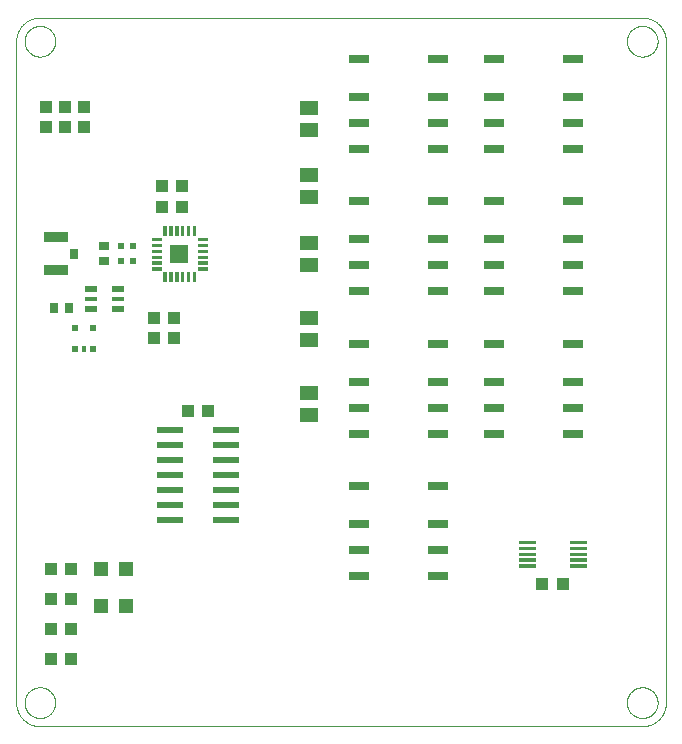
<source format=gtp>
G75*
%MOIN*%
%OFA0B0*%
%FSLAX25Y25*%
%IPPOS*%
%LPD*%
%AMOC8*
5,1,8,0,0,1.08239X$1,22.5*
%
%ADD10C,0.00001*%
%ADD11R,0.04331X0.03937*%
%ADD12R,0.03543X0.02756*%
%ADD13R,0.06457X0.06457*%
%ADD14C,0.00256*%
%ADD15R,0.02362X0.02362*%
%ADD16R,0.03000X0.03800*%
%ADD17R,0.08400X0.03200*%
%ADD18R,0.06700X0.03000*%
%ADD19R,0.05906X0.05118*%
%ADD20C,0.00276*%
%ADD21R,0.08600X0.02200*%
%ADD22R,0.03937X0.04331*%
%ADD23R,0.04724X0.04724*%
%ADD24R,0.03937X0.01181*%
%ADD25R,0.03937X0.02362*%
%ADD26R,0.01575X0.02362*%
%ADD27R,0.02756X0.03543*%
D10*
X0105675Y0063549D02*
X0105675Y0284021D01*
X0108431Y0284021D02*
X0108433Y0284164D01*
X0108439Y0284307D01*
X0108449Y0284449D01*
X0108463Y0284591D01*
X0108481Y0284733D01*
X0108503Y0284875D01*
X0108528Y0285015D01*
X0108558Y0285155D01*
X0108592Y0285294D01*
X0108629Y0285432D01*
X0108671Y0285569D01*
X0108716Y0285704D01*
X0108765Y0285838D01*
X0108817Y0285971D01*
X0108873Y0286103D01*
X0108933Y0286232D01*
X0108997Y0286360D01*
X0109064Y0286487D01*
X0109135Y0286611D01*
X0109209Y0286733D01*
X0109286Y0286853D01*
X0109367Y0286971D01*
X0109451Y0287087D01*
X0109538Y0287200D01*
X0109628Y0287311D01*
X0109722Y0287419D01*
X0109818Y0287525D01*
X0109917Y0287627D01*
X0110020Y0287727D01*
X0110124Y0287824D01*
X0110232Y0287919D01*
X0110342Y0288010D01*
X0110455Y0288098D01*
X0110570Y0288182D01*
X0110687Y0288264D01*
X0110807Y0288342D01*
X0110928Y0288417D01*
X0111052Y0288489D01*
X0111178Y0288557D01*
X0111305Y0288621D01*
X0111435Y0288682D01*
X0111566Y0288739D01*
X0111698Y0288793D01*
X0111832Y0288842D01*
X0111967Y0288889D01*
X0112104Y0288931D01*
X0112242Y0288969D01*
X0112380Y0289004D01*
X0112520Y0289034D01*
X0112660Y0289061D01*
X0112801Y0289084D01*
X0112943Y0289103D01*
X0113085Y0289118D01*
X0113228Y0289129D01*
X0113370Y0289136D01*
X0113513Y0289139D01*
X0113656Y0289138D01*
X0113799Y0289133D01*
X0113942Y0289124D01*
X0114084Y0289111D01*
X0114226Y0289094D01*
X0114367Y0289073D01*
X0114508Y0289048D01*
X0114648Y0289020D01*
X0114787Y0288987D01*
X0114925Y0288950D01*
X0115062Y0288910D01*
X0115198Y0288866D01*
X0115333Y0288818D01*
X0115466Y0288766D01*
X0115598Y0288711D01*
X0115728Y0288652D01*
X0115857Y0288589D01*
X0115983Y0288523D01*
X0116108Y0288453D01*
X0116231Y0288380D01*
X0116351Y0288304D01*
X0116470Y0288224D01*
X0116586Y0288140D01*
X0116700Y0288054D01*
X0116811Y0287964D01*
X0116920Y0287872D01*
X0117026Y0287776D01*
X0117130Y0287678D01*
X0117231Y0287576D01*
X0117328Y0287472D01*
X0117423Y0287365D01*
X0117515Y0287256D01*
X0117604Y0287144D01*
X0117690Y0287029D01*
X0117772Y0286913D01*
X0117851Y0286793D01*
X0117927Y0286672D01*
X0117999Y0286549D01*
X0118068Y0286424D01*
X0118133Y0286297D01*
X0118195Y0286168D01*
X0118253Y0286037D01*
X0118308Y0285905D01*
X0118358Y0285771D01*
X0118405Y0285636D01*
X0118449Y0285500D01*
X0118488Y0285363D01*
X0118523Y0285224D01*
X0118555Y0285085D01*
X0118583Y0284945D01*
X0118607Y0284804D01*
X0118627Y0284662D01*
X0118643Y0284520D01*
X0118655Y0284378D01*
X0118663Y0284235D01*
X0118667Y0284092D01*
X0118667Y0283950D01*
X0118663Y0283807D01*
X0118655Y0283664D01*
X0118643Y0283522D01*
X0118627Y0283380D01*
X0118607Y0283238D01*
X0118583Y0283097D01*
X0118555Y0282957D01*
X0118523Y0282818D01*
X0118488Y0282679D01*
X0118449Y0282542D01*
X0118405Y0282406D01*
X0118358Y0282271D01*
X0118308Y0282137D01*
X0118253Y0282005D01*
X0118195Y0281874D01*
X0118133Y0281745D01*
X0118068Y0281618D01*
X0117999Y0281493D01*
X0117927Y0281370D01*
X0117851Y0281249D01*
X0117772Y0281129D01*
X0117690Y0281013D01*
X0117604Y0280898D01*
X0117515Y0280786D01*
X0117423Y0280677D01*
X0117328Y0280570D01*
X0117231Y0280466D01*
X0117130Y0280364D01*
X0117026Y0280266D01*
X0116920Y0280170D01*
X0116811Y0280078D01*
X0116700Y0279988D01*
X0116586Y0279902D01*
X0116470Y0279818D01*
X0116351Y0279738D01*
X0116231Y0279662D01*
X0116108Y0279589D01*
X0115983Y0279519D01*
X0115857Y0279453D01*
X0115728Y0279390D01*
X0115598Y0279331D01*
X0115466Y0279276D01*
X0115333Y0279224D01*
X0115198Y0279176D01*
X0115062Y0279132D01*
X0114925Y0279092D01*
X0114787Y0279055D01*
X0114648Y0279022D01*
X0114508Y0278994D01*
X0114367Y0278969D01*
X0114226Y0278948D01*
X0114084Y0278931D01*
X0113942Y0278918D01*
X0113799Y0278909D01*
X0113656Y0278904D01*
X0113513Y0278903D01*
X0113370Y0278906D01*
X0113228Y0278913D01*
X0113085Y0278924D01*
X0112943Y0278939D01*
X0112801Y0278958D01*
X0112660Y0278981D01*
X0112520Y0279008D01*
X0112380Y0279038D01*
X0112242Y0279073D01*
X0112104Y0279111D01*
X0111967Y0279153D01*
X0111832Y0279200D01*
X0111698Y0279249D01*
X0111566Y0279303D01*
X0111435Y0279360D01*
X0111305Y0279421D01*
X0111178Y0279485D01*
X0111052Y0279553D01*
X0110928Y0279625D01*
X0110807Y0279700D01*
X0110687Y0279778D01*
X0110570Y0279860D01*
X0110455Y0279944D01*
X0110342Y0280032D01*
X0110232Y0280123D01*
X0110124Y0280218D01*
X0110020Y0280315D01*
X0109917Y0280415D01*
X0109818Y0280517D01*
X0109722Y0280623D01*
X0109628Y0280731D01*
X0109538Y0280842D01*
X0109451Y0280955D01*
X0109367Y0281071D01*
X0109286Y0281189D01*
X0109209Y0281309D01*
X0109135Y0281431D01*
X0109064Y0281555D01*
X0108997Y0281682D01*
X0108933Y0281810D01*
X0108873Y0281939D01*
X0108817Y0282071D01*
X0108765Y0282204D01*
X0108716Y0282338D01*
X0108671Y0282473D01*
X0108629Y0282610D01*
X0108592Y0282748D01*
X0108558Y0282887D01*
X0108528Y0283027D01*
X0108503Y0283167D01*
X0108481Y0283309D01*
X0108463Y0283451D01*
X0108449Y0283593D01*
X0108439Y0283735D01*
X0108433Y0283878D01*
X0108431Y0284021D01*
X0105675Y0284021D02*
X0105677Y0284211D01*
X0105684Y0284401D01*
X0105696Y0284591D01*
X0105712Y0284781D01*
X0105732Y0284970D01*
X0105758Y0285159D01*
X0105787Y0285347D01*
X0105822Y0285534D01*
X0105861Y0285720D01*
X0105904Y0285905D01*
X0105952Y0286090D01*
X0106004Y0286273D01*
X0106060Y0286454D01*
X0106121Y0286634D01*
X0106187Y0286813D01*
X0106256Y0286990D01*
X0106330Y0287166D01*
X0106408Y0287339D01*
X0106491Y0287511D01*
X0106577Y0287680D01*
X0106667Y0287848D01*
X0106762Y0288013D01*
X0106860Y0288176D01*
X0106963Y0288336D01*
X0107069Y0288494D01*
X0107179Y0288649D01*
X0107292Y0288802D01*
X0107410Y0288952D01*
X0107531Y0289098D01*
X0107655Y0289242D01*
X0107783Y0289383D01*
X0107914Y0289521D01*
X0108049Y0289656D01*
X0108187Y0289787D01*
X0108328Y0289915D01*
X0108472Y0290039D01*
X0108618Y0290160D01*
X0108768Y0290278D01*
X0108921Y0290391D01*
X0109076Y0290501D01*
X0109234Y0290607D01*
X0109394Y0290710D01*
X0109557Y0290808D01*
X0109722Y0290903D01*
X0109890Y0290993D01*
X0110059Y0291079D01*
X0110231Y0291162D01*
X0110404Y0291240D01*
X0110580Y0291314D01*
X0110757Y0291383D01*
X0110936Y0291449D01*
X0111116Y0291510D01*
X0111297Y0291566D01*
X0111480Y0291618D01*
X0111665Y0291666D01*
X0111850Y0291709D01*
X0112036Y0291748D01*
X0112223Y0291783D01*
X0112411Y0291812D01*
X0112600Y0291838D01*
X0112789Y0291858D01*
X0112979Y0291874D01*
X0113169Y0291886D01*
X0113359Y0291893D01*
X0113549Y0291895D01*
X0314336Y0291895D01*
X0309218Y0284021D02*
X0309220Y0284164D01*
X0309226Y0284307D01*
X0309236Y0284449D01*
X0309250Y0284591D01*
X0309268Y0284733D01*
X0309290Y0284875D01*
X0309315Y0285015D01*
X0309345Y0285155D01*
X0309379Y0285294D01*
X0309416Y0285432D01*
X0309458Y0285569D01*
X0309503Y0285704D01*
X0309552Y0285838D01*
X0309604Y0285971D01*
X0309660Y0286103D01*
X0309720Y0286232D01*
X0309784Y0286360D01*
X0309851Y0286487D01*
X0309922Y0286611D01*
X0309996Y0286733D01*
X0310073Y0286853D01*
X0310154Y0286971D01*
X0310238Y0287087D01*
X0310325Y0287200D01*
X0310415Y0287311D01*
X0310509Y0287419D01*
X0310605Y0287525D01*
X0310704Y0287627D01*
X0310807Y0287727D01*
X0310911Y0287824D01*
X0311019Y0287919D01*
X0311129Y0288010D01*
X0311242Y0288098D01*
X0311357Y0288182D01*
X0311474Y0288264D01*
X0311594Y0288342D01*
X0311715Y0288417D01*
X0311839Y0288489D01*
X0311965Y0288557D01*
X0312092Y0288621D01*
X0312222Y0288682D01*
X0312353Y0288739D01*
X0312485Y0288793D01*
X0312619Y0288842D01*
X0312754Y0288889D01*
X0312891Y0288931D01*
X0313029Y0288969D01*
X0313167Y0289004D01*
X0313307Y0289034D01*
X0313447Y0289061D01*
X0313588Y0289084D01*
X0313730Y0289103D01*
X0313872Y0289118D01*
X0314015Y0289129D01*
X0314157Y0289136D01*
X0314300Y0289139D01*
X0314443Y0289138D01*
X0314586Y0289133D01*
X0314729Y0289124D01*
X0314871Y0289111D01*
X0315013Y0289094D01*
X0315154Y0289073D01*
X0315295Y0289048D01*
X0315435Y0289020D01*
X0315574Y0288987D01*
X0315712Y0288950D01*
X0315849Y0288910D01*
X0315985Y0288866D01*
X0316120Y0288818D01*
X0316253Y0288766D01*
X0316385Y0288711D01*
X0316515Y0288652D01*
X0316644Y0288589D01*
X0316770Y0288523D01*
X0316895Y0288453D01*
X0317018Y0288380D01*
X0317138Y0288304D01*
X0317257Y0288224D01*
X0317373Y0288140D01*
X0317487Y0288054D01*
X0317598Y0287964D01*
X0317707Y0287872D01*
X0317813Y0287776D01*
X0317917Y0287678D01*
X0318018Y0287576D01*
X0318115Y0287472D01*
X0318210Y0287365D01*
X0318302Y0287256D01*
X0318391Y0287144D01*
X0318477Y0287029D01*
X0318559Y0286913D01*
X0318638Y0286793D01*
X0318714Y0286672D01*
X0318786Y0286549D01*
X0318855Y0286424D01*
X0318920Y0286297D01*
X0318982Y0286168D01*
X0319040Y0286037D01*
X0319095Y0285905D01*
X0319145Y0285771D01*
X0319192Y0285636D01*
X0319236Y0285500D01*
X0319275Y0285363D01*
X0319310Y0285224D01*
X0319342Y0285085D01*
X0319370Y0284945D01*
X0319394Y0284804D01*
X0319414Y0284662D01*
X0319430Y0284520D01*
X0319442Y0284378D01*
X0319450Y0284235D01*
X0319454Y0284092D01*
X0319454Y0283950D01*
X0319450Y0283807D01*
X0319442Y0283664D01*
X0319430Y0283522D01*
X0319414Y0283380D01*
X0319394Y0283238D01*
X0319370Y0283097D01*
X0319342Y0282957D01*
X0319310Y0282818D01*
X0319275Y0282679D01*
X0319236Y0282542D01*
X0319192Y0282406D01*
X0319145Y0282271D01*
X0319095Y0282137D01*
X0319040Y0282005D01*
X0318982Y0281874D01*
X0318920Y0281745D01*
X0318855Y0281618D01*
X0318786Y0281493D01*
X0318714Y0281370D01*
X0318638Y0281249D01*
X0318559Y0281129D01*
X0318477Y0281013D01*
X0318391Y0280898D01*
X0318302Y0280786D01*
X0318210Y0280677D01*
X0318115Y0280570D01*
X0318018Y0280466D01*
X0317917Y0280364D01*
X0317813Y0280266D01*
X0317707Y0280170D01*
X0317598Y0280078D01*
X0317487Y0279988D01*
X0317373Y0279902D01*
X0317257Y0279818D01*
X0317138Y0279738D01*
X0317018Y0279662D01*
X0316895Y0279589D01*
X0316770Y0279519D01*
X0316644Y0279453D01*
X0316515Y0279390D01*
X0316385Y0279331D01*
X0316253Y0279276D01*
X0316120Y0279224D01*
X0315985Y0279176D01*
X0315849Y0279132D01*
X0315712Y0279092D01*
X0315574Y0279055D01*
X0315435Y0279022D01*
X0315295Y0278994D01*
X0315154Y0278969D01*
X0315013Y0278948D01*
X0314871Y0278931D01*
X0314729Y0278918D01*
X0314586Y0278909D01*
X0314443Y0278904D01*
X0314300Y0278903D01*
X0314157Y0278906D01*
X0314015Y0278913D01*
X0313872Y0278924D01*
X0313730Y0278939D01*
X0313588Y0278958D01*
X0313447Y0278981D01*
X0313307Y0279008D01*
X0313167Y0279038D01*
X0313029Y0279073D01*
X0312891Y0279111D01*
X0312754Y0279153D01*
X0312619Y0279200D01*
X0312485Y0279249D01*
X0312353Y0279303D01*
X0312222Y0279360D01*
X0312092Y0279421D01*
X0311965Y0279485D01*
X0311839Y0279553D01*
X0311715Y0279625D01*
X0311594Y0279700D01*
X0311474Y0279778D01*
X0311357Y0279860D01*
X0311242Y0279944D01*
X0311129Y0280032D01*
X0311019Y0280123D01*
X0310911Y0280218D01*
X0310807Y0280315D01*
X0310704Y0280415D01*
X0310605Y0280517D01*
X0310509Y0280623D01*
X0310415Y0280731D01*
X0310325Y0280842D01*
X0310238Y0280955D01*
X0310154Y0281071D01*
X0310073Y0281189D01*
X0309996Y0281309D01*
X0309922Y0281431D01*
X0309851Y0281555D01*
X0309784Y0281682D01*
X0309720Y0281810D01*
X0309660Y0281939D01*
X0309604Y0282071D01*
X0309552Y0282204D01*
X0309503Y0282338D01*
X0309458Y0282473D01*
X0309416Y0282610D01*
X0309379Y0282748D01*
X0309345Y0282887D01*
X0309315Y0283027D01*
X0309290Y0283167D01*
X0309268Y0283309D01*
X0309250Y0283451D01*
X0309236Y0283593D01*
X0309226Y0283735D01*
X0309220Y0283878D01*
X0309218Y0284021D01*
X0314336Y0291895D02*
X0314526Y0291893D01*
X0314716Y0291886D01*
X0314906Y0291874D01*
X0315096Y0291858D01*
X0315285Y0291838D01*
X0315474Y0291812D01*
X0315662Y0291783D01*
X0315849Y0291748D01*
X0316035Y0291709D01*
X0316220Y0291666D01*
X0316405Y0291618D01*
X0316588Y0291566D01*
X0316769Y0291510D01*
X0316949Y0291449D01*
X0317128Y0291383D01*
X0317305Y0291314D01*
X0317481Y0291240D01*
X0317654Y0291162D01*
X0317826Y0291079D01*
X0317995Y0290993D01*
X0318163Y0290903D01*
X0318328Y0290808D01*
X0318491Y0290710D01*
X0318651Y0290607D01*
X0318809Y0290501D01*
X0318964Y0290391D01*
X0319117Y0290278D01*
X0319267Y0290160D01*
X0319413Y0290039D01*
X0319557Y0289915D01*
X0319698Y0289787D01*
X0319836Y0289656D01*
X0319971Y0289521D01*
X0320102Y0289383D01*
X0320230Y0289242D01*
X0320354Y0289098D01*
X0320475Y0288952D01*
X0320593Y0288802D01*
X0320706Y0288649D01*
X0320816Y0288494D01*
X0320922Y0288336D01*
X0321025Y0288176D01*
X0321123Y0288013D01*
X0321218Y0287848D01*
X0321308Y0287680D01*
X0321394Y0287511D01*
X0321477Y0287339D01*
X0321555Y0287166D01*
X0321629Y0286990D01*
X0321698Y0286813D01*
X0321764Y0286634D01*
X0321825Y0286454D01*
X0321881Y0286273D01*
X0321933Y0286090D01*
X0321981Y0285905D01*
X0322024Y0285720D01*
X0322063Y0285534D01*
X0322098Y0285347D01*
X0322127Y0285159D01*
X0322153Y0284970D01*
X0322173Y0284781D01*
X0322189Y0284591D01*
X0322201Y0284401D01*
X0322208Y0284211D01*
X0322210Y0284021D01*
X0322210Y0063549D01*
X0309218Y0063549D02*
X0309220Y0063692D01*
X0309226Y0063835D01*
X0309236Y0063977D01*
X0309250Y0064119D01*
X0309268Y0064261D01*
X0309290Y0064403D01*
X0309315Y0064543D01*
X0309345Y0064683D01*
X0309379Y0064822D01*
X0309416Y0064960D01*
X0309458Y0065097D01*
X0309503Y0065232D01*
X0309552Y0065366D01*
X0309604Y0065499D01*
X0309660Y0065631D01*
X0309720Y0065760D01*
X0309784Y0065888D01*
X0309851Y0066015D01*
X0309922Y0066139D01*
X0309996Y0066261D01*
X0310073Y0066381D01*
X0310154Y0066499D01*
X0310238Y0066615D01*
X0310325Y0066728D01*
X0310415Y0066839D01*
X0310509Y0066947D01*
X0310605Y0067053D01*
X0310704Y0067155D01*
X0310807Y0067255D01*
X0310911Y0067352D01*
X0311019Y0067447D01*
X0311129Y0067538D01*
X0311242Y0067626D01*
X0311357Y0067710D01*
X0311474Y0067792D01*
X0311594Y0067870D01*
X0311715Y0067945D01*
X0311839Y0068017D01*
X0311965Y0068085D01*
X0312092Y0068149D01*
X0312222Y0068210D01*
X0312353Y0068267D01*
X0312485Y0068321D01*
X0312619Y0068370D01*
X0312754Y0068417D01*
X0312891Y0068459D01*
X0313029Y0068497D01*
X0313167Y0068532D01*
X0313307Y0068562D01*
X0313447Y0068589D01*
X0313588Y0068612D01*
X0313730Y0068631D01*
X0313872Y0068646D01*
X0314015Y0068657D01*
X0314157Y0068664D01*
X0314300Y0068667D01*
X0314443Y0068666D01*
X0314586Y0068661D01*
X0314729Y0068652D01*
X0314871Y0068639D01*
X0315013Y0068622D01*
X0315154Y0068601D01*
X0315295Y0068576D01*
X0315435Y0068548D01*
X0315574Y0068515D01*
X0315712Y0068478D01*
X0315849Y0068438D01*
X0315985Y0068394D01*
X0316120Y0068346D01*
X0316253Y0068294D01*
X0316385Y0068239D01*
X0316515Y0068180D01*
X0316644Y0068117D01*
X0316770Y0068051D01*
X0316895Y0067981D01*
X0317018Y0067908D01*
X0317138Y0067832D01*
X0317257Y0067752D01*
X0317373Y0067668D01*
X0317487Y0067582D01*
X0317598Y0067492D01*
X0317707Y0067400D01*
X0317813Y0067304D01*
X0317917Y0067206D01*
X0318018Y0067104D01*
X0318115Y0067000D01*
X0318210Y0066893D01*
X0318302Y0066784D01*
X0318391Y0066672D01*
X0318477Y0066557D01*
X0318559Y0066441D01*
X0318638Y0066321D01*
X0318714Y0066200D01*
X0318786Y0066077D01*
X0318855Y0065952D01*
X0318920Y0065825D01*
X0318982Y0065696D01*
X0319040Y0065565D01*
X0319095Y0065433D01*
X0319145Y0065299D01*
X0319192Y0065164D01*
X0319236Y0065028D01*
X0319275Y0064891D01*
X0319310Y0064752D01*
X0319342Y0064613D01*
X0319370Y0064473D01*
X0319394Y0064332D01*
X0319414Y0064190D01*
X0319430Y0064048D01*
X0319442Y0063906D01*
X0319450Y0063763D01*
X0319454Y0063620D01*
X0319454Y0063478D01*
X0319450Y0063335D01*
X0319442Y0063192D01*
X0319430Y0063050D01*
X0319414Y0062908D01*
X0319394Y0062766D01*
X0319370Y0062625D01*
X0319342Y0062485D01*
X0319310Y0062346D01*
X0319275Y0062207D01*
X0319236Y0062070D01*
X0319192Y0061934D01*
X0319145Y0061799D01*
X0319095Y0061665D01*
X0319040Y0061533D01*
X0318982Y0061402D01*
X0318920Y0061273D01*
X0318855Y0061146D01*
X0318786Y0061021D01*
X0318714Y0060898D01*
X0318638Y0060777D01*
X0318559Y0060657D01*
X0318477Y0060541D01*
X0318391Y0060426D01*
X0318302Y0060314D01*
X0318210Y0060205D01*
X0318115Y0060098D01*
X0318018Y0059994D01*
X0317917Y0059892D01*
X0317813Y0059794D01*
X0317707Y0059698D01*
X0317598Y0059606D01*
X0317487Y0059516D01*
X0317373Y0059430D01*
X0317257Y0059346D01*
X0317138Y0059266D01*
X0317018Y0059190D01*
X0316895Y0059117D01*
X0316770Y0059047D01*
X0316644Y0058981D01*
X0316515Y0058918D01*
X0316385Y0058859D01*
X0316253Y0058804D01*
X0316120Y0058752D01*
X0315985Y0058704D01*
X0315849Y0058660D01*
X0315712Y0058620D01*
X0315574Y0058583D01*
X0315435Y0058550D01*
X0315295Y0058522D01*
X0315154Y0058497D01*
X0315013Y0058476D01*
X0314871Y0058459D01*
X0314729Y0058446D01*
X0314586Y0058437D01*
X0314443Y0058432D01*
X0314300Y0058431D01*
X0314157Y0058434D01*
X0314015Y0058441D01*
X0313872Y0058452D01*
X0313730Y0058467D01*
X0313588Y0058486D01*
X0313447Y0058509D01*
X0313307Y0058536D01*
X0313167Y0058566D01*
X0313029Y0058601D01*
X0312891Y0058639D01*
X0312754Y0058681D01*
X0312619Y0058728D01*
X0312485Y0058777D01*
X0312353Y0058831D01*
X0312222Y0058888D01*
X0312092Y0058949D01*
X0311965Y0059013D01*
X0311839Y0059081D01*
X0311715Y0059153D01*
X0311594Y0059228D01*
X0311474Y0059306D01*
X0311357Y0059388D01*
X0311242Y0059472D01*
X0311129Y0059560D01*
X0311019Y0059651D01*
X0310911Y0059746D01*
X0310807Y0059843D01*
X0310704Y0059943D01*
X0310605Y0060045D01*
X0310509Y0060151D01*
X0310415Y0060259D01*
X0310325Y0060370D01*
X0310238Y0060483D01*
X0310154Y0060599D01*
X0310073Y0060717D01*
X0309996Y0060837D01*
X0309922Y0060959D01*
X0309851Y0061083D01*
X0309784Y0061210D01*
X0309720Y0061338D01*
X0309660Y0061467D01*
X0309604Y0061599D01*
X0309552Y0061732D01*
X0309503Y0061866D01*
X0309458Y0062001D01*
X0309416Y0062138D01*
X0309379Y0062276D01*
X0309345Y0062415D01*
X0309315Y0062555D01*
X0309290Y0062695D01*
X0309268Y0062837D01*
X0309250Y0062979D01*
X0309236Y0063121D01*
X0309226Y0063263D01*
X0309220Y0063406D01*
X0309218Y0063549D01*
X0314336Y0055675D02*
X0314526Y0055677D01*
X0314716Y0055684D01*
X0314906Y0055696D01*
X0315096Y0055712D01*
X0315285Y0055732D01*
X0315474Y0055758D01*
X0315662Y0055787D01*
X0315849Y0055822D01*
X0316035Y0055861D01*
X0316220Y0055904D01*
X0316405Y0055952D01*
X0316588Y0056004D01*
X0316769Y0056060D01*
X0316949Y0056121D01*
X0317128Y0056187D01*
X0317305Y0056256D01*
X0317481Y0056330D01*
X0317654Y0056408D01*
X0317826Y0056491D01*
X0317995Y0056577D01*
X0318163Y0056667D01*
X0318328Y0056762D01*
X0318491Y0056860D01*
X0318651Y0056963D01*
X0318809Y0057069D01*
X0318964Y0057179D01*
X0319117Y0057292D01*
X0319267Y0057410D01*
X0319413Y0057531D01*
X0319557Y0057655D01*
X0319698Y0057783D01*
X0319836Y0057914D01*
X0319971Y0058049D01*
X0320102Y0058187D01*
X0320230Y0058328D01*
X0320354Y0058472D01*
X0320475Y0058618D01*
X0320593Y0058768D01*
X0320706Y0058921D01*
X0320816Y0059076D01*
X0320922Y0059234D01*
X0321025Y0059394D01*
X0321123Y0059557D01*
X0321218Y0059722D01*
X0321308Y0059890D01*
X0321394Y0060059D01*
X0321477Y0060231D01*
X0321555Y0060404D01*
X0321629Y0060580D01*
X0321698Y0060757D01*
X0321764Y0060936D01*
X0321825Y0061116D01*
X0321881Y0061297D01*
X0321933Y0061480D01*
X0321981Y0061665D01*
X0322024Y0061850D01*
X0322063Y0062036D01*
X0322098Y0062223D01*
X0322127Y0062411D01*
X0322153Y0062600D01*
X0322173Y0062789D01*
X0322189Y0062979D01*
X0322201Y0063169D01*
X0322208Y0063359D01*
X0322210Y0063549D01*
X0314336Y0055675D02*
X0113549Y0055675D01*
X0108431Y0063549D02*
X0108433Y0063692D01*
X0108439Y0063835D01*
X0108449Y0063977D01*
X0108463Y0064119D01*
X0108481Y0064261D01*
X0108503Y0064403D01*
X0108528Y0064543D01*
X0108558Y0064683D01*
X0108592Y0064822D01*
X0108629Y0064960D01*
X0108671Y0065097D01*
X0108716Y0065232D01*
X0108765Y0065366D01*
X0108817Y0065499D01*
X0108873Y0065631D01*
X0108933Y0065760D01*
X0108997Y0065888D01*
X0109064Y0066015D01*
X0109135Y0066139D01*
X0109209Y0066261D01*
X0109286Y0066381D01*
X0109367Y0066499D01*
X0109451Y0066615D01*
X0109538Y0066728D01*
X0109628Y0066839D01*
X0109722Y0066947D01*
X0109818Y0067053D01*
X0109917Y0067155D01*
X0110020Y0067255D01*
X0110124Y0067352D01*
X0110232Y0067447D01*
X0110342Y0067538D01*
X0110455Y0067626D01*
X0110570Y0067710D01*
X0110687Y0067792D01*
X0110807Y0067870D01*
X0110928Y0067945D01*
X0111052Y0068017D01*
X0111178Y0068085D01*
X0111305Y0068149D01*
X0111435Y0068210D01*
X0111566Y0068267D01*
X0111698Y0068321D01*
X0111832Y0068370D01*
X0111967Y0068417D01*
X0112104Y0068459D01*
X0112242Y0068497D01*
X0112380Y0068532D01*
X0112520Y0068562D01*
X0112660Y0068589D01*
X0112801Y0068612D01*
X0112943Y0068631D01*
X0113085Y0068646D01*
X0113228Y0068657D01*
X0113370Y0068664D01*
X0113513Y0068667D01*
X0113656Y0068666D01*
X0113799Y0068661D01*
X0113942Y0068652D01*
X0114084Y0068639D01*
X0114226Y0068622D01*
X0114367Y0068601D01*
X0114508Y0068576D01*
X0114648Y0068548D01*
X0114787Y0068515D01*
X0114925Y0068478D01*
X0115062Y0068438D01*
X0115198Y0068394D01*
X0115333Y0068346D01*
X0115466Y0068294D01*
X0115598Y0068239D01*
X0115728Y0068180D01*
X0115857Y0068117D01*
X0115983Y0068051D01*
X0116108Y0067981D01*
X0116231Y0067908D01*
X0116351Y0067832D01*
X0116470Y0067752D01*
X0116586Y0067668D01*
X0116700Y0067582D01*
X0116811Y0067492D01*
X0116920Y0067400D01*
X0117026Y0067304D01*
X0117130Y0067206D01*
X0117231Y0067104D01*
X0117328Y0067000D01*
X0117423Y0066893D01*
X0117515Y0066784D01*
X0117604Y0066672D01*
X0117690Y0066557D01*
X0117772Y0066441D01*
X0117851Y0066321D01*
X0117927Y0066200D01*
X0117999Y0066077D01*
X0118068Y0065952D01*
X0118133Y0065825D01*
X0118195Y0065696D01*
X0118253Y0065565D01*
X0118308Y0065433D01*
X0118358Y0065299D01*
X0118405Y0065164D01*
X0118449Y0065028D01*
X0118488Y0064891D01*
X0118523Y0064752D01*
X0118555Y0064613D01*
X0118583Y0064473D01*
X0118607Y0064332D01*
X0118627Y0064190D01*
X0118643Y0064048D01*
X0118655Y0063906D01*
X0118663Y0063763D01*
X0118667Y0063620D01*
X0118667Y0063478D01*
X0118663Y0063335D01*
X0118655Y0063192D01*
X0118643Y0063050D01*
X0118627Y0062908D01*
X0118607Y0062766D01*
X0118583Y0062625D01*
X0118555Y0062485D01*
X0118523Y0062346D01*
X0118488Y0062207D01*
X0118449Y0062070D01*
X0118405Y0061934D01*
X0118358Y0061799D01*
X0118308Y0061665D01*
X0118253Y0061533D01*
X0118195Y0061402D01*
X0118133Y0061273D01*
X0118068Y0061146D01*
X0117999Y0061021D01*
X0117927Y0060898D01*
X0117851Y0060777D01*
X0117772Y0060657D01*
X0117690Y0060541D01*
X0117604Y0060426D01*
X0117515Y0060314D01*
X0117423Y0060205D01*
X0117328Y0060098D01*
X0117231Y0059994D01*
X0117130Y0059892D01*
X0117026Y0059794D01*
X0116920Y0059698D01*
X0116811Y0059606D01*
X0116700Y0059516D01*
X0116586Y0059430D01*
X0116470Y0059346D01*
X0116351Y0059266D01*
X0116231Y0059190D01*
X0116108Y0059117D01*
X0115983Y0059047D01*
X0115857Y0058981D01*
X0115728Y0058918D01*
X0115598Y0058859D01*
X0115466Y0058804D01*
X0115333Y0058752D01*
X0115198Y0058704D01*
X0115062Y0058660D01*
X0114925Y0058620D01*
X0114787Y0058583D01*
X0114648Y0058550D01*
X0114508Y0058522D01*
X0114367Y0058497D01*
X0114226Y0058476D01*
X0114084Y0058459D01*
X0113942Y0058446D01*
X0113799Y0058437D01*
X0113656Y0058432D01*
X0113513Y0058431D01*
X0113370Y0058434D01*
X0113228Y0058441D01*
X0113085Y0058452D01*
X0112943Y0058467D01*
X0112801Y0058486D01*
X0112660Y0058509D01*
X0112520Y0058536D01*
X0112380Y0058566D01*
X0112242Y0058601D01*
X0112104Y0058639D01*
X0111967Y0058681D01*
X0111832Y0058728D01*
X0111698Y0058777D01*
X0111566Y0058831D01*
X0111435Y0058888D01*
X0111305Y0058949D01*
X0111178Y0059013D01*
X0111052Y0059081D01*
X0110928Y0059153D01*
X0110807Y0059228D01*
X0110687Y0059306D01*
X0110570Y0059388D01*
X0110455Y0059472D01*
X0110342Y0059560D01*
X0110232Y0059651D01*
X0110124Y0059746D01*
X0110020Y0059843D01*
X0109917Y0059943D01*
X0109818Y0060045D01*
X0109722Y0060151D01*
X0109628Y0060259D01*
X0109538Y0060370D01*
X0109451Y0060483D01*
X0109367Y0060599D01*
X0109286Y0060717D01*
X0109209Y0060837D01*
X0109135Y0060959D01*
X0109064Y0061083D01*
X0108997Y0061210D01*
X0108933Y0061338D01*
X0108873Y0061467D01*
X0108817Y0061599D01*
X0108765Y0061732D01*
X0108716Y0061866D01*
X0108671Y0062001D01*
X0108629Y0062138D01*
X0108592Y0062276D01*
X0108558Y0062415D01*
X0108528Y0062555D01*
X0108503Y0062695D01*
X0108481Y0062837D01*
X0108463Y0062979D01*
X0108449Y0063121D01*
X0108439Y0063263D01*
X0108433Y0063406D01*
X0108431Y0063549D01*
X0105675Y0063549D02*
X0105677Y0063359D01*
X0105684Y0063169D01*
X0105696Y0062979D01*
X0105712Y0062789D01*
X0105732Y0062600D01*
X0105758Y0062411D01*
X0105787Y0062223D01*
X0105822Y0062036D01*
X0105861Y0061850D01*
X0105904Y0061665D01*
X0105952Y0061480D01*
X0106004Y0061297D01*
X0106060Y0061116D01*
X0106121Y0060936D01*
X0106187Y0060757D01*
X0106256Y0060580D01*
X0106330Y0060404D01*
X0106408Y0060231D01*
X0106491Y0060059D01*
X0106577Y0059890D01*
X0106667Y0059722D01*
X0106762Y0059557D01*
X0106860Y0059394D01*
X0106963Y0059234D01*
X0107069Y0059076D01*
X0107179Y0058921D01*
X0107292Y0058768D01*
X0107410Y0058618D01*
X0107531Y0058472D01*
X0107655Y0058328D01*
X0107783Y0058187D01*
X0107914Y0058049D01*
X0108049Y0057914D01*
X0108187Y0057783D01*
X0108328Y0057655D01*
X0108472Y0057531D01*
X0108618Y0057410D01*
X0108768Y0057292D01*
X0108921Y0057179D01*
X0109076Y0057069D01*
X0109234Y0056963D01*
X0109394Y0056860D01*
X0109557Y0056762D01*
X0109722Y0056667D01*
X0109890Y0056577D01*
X0110059Y0056491D01*
X0110231Y0056408D01*
X0110404Y0056330D01*
X0110580Y0056256D01*
X0110757Y0056187D01*
X0110936Y0056121D01*
X0111116Y0056060D01*
X0111297Y0056004D01*
X0111480Y0055952D01*
X0111665Y0055904D01*
X0111850Y0055861D01*
X0112036Y0055822D01*
X0112223Y0055787D01*
X0112411Y0055758D01*
X0112600Y0055732D01*
X0112789Y0055712D01*
X0112979Y0055696D01*
X0113169Y0055684D01*
X0113359Y0055677D01*
X0113549Y0055675D01*
D11*
X0117329Y0078175D03*
X0124021Y0078175D03*
X0124021Y0088175D03*
X0117329Y0088175D03*
X0117329Y0098175D03*
X0124021Y0098175D03*
X0124021Y0108175D03*
X0117329Y0108175D03*
X0162954Y0160675D03*
X0169646Y0160675D03*
X0158396Y0185050D03*
X0151704Y0185050D03*
X0151704Y0191925D03*
X0158396Y0191925D03*
X0160896Y0228800D03*
X0154204Y0228800D03*
X0154204Y0235675D03*
X0160896Y0235675D03*
X0281079Y0103175D03*
X0287771Y0103175D03*
D12*
X0135050Y0210616D03*
X0135050Y0215734D03*
D13*
X0160050Y0213175D03*
D14*
X0160650Y0206964D02*
X0160650Y0204032D01*
X0160650Y0206964D02*
X0161418Y0206964D01*
X0161418Y0204032D01*
X0160650Y0204032D01*
X0160650Y0204275D02*
X0161418Y0204275D01*
X0161418Y0204518D02*
X0160650Y0204518D01*
X0160650Y0204761D02*
X0161418Y0204761D01*
X0161418Y0205004D02*
X0160650Y0205004D01*
X0160650Y0205247D02*
X0161418Y0205247D01*
X0161418Y0205490D02*
X0160650Y0205490D01*
X0160650Y0205733D02*
X0161418Y0205733D01*
X0161418Y0205976D02*
X0160650Y0205976D01*
X0160650Y0206219D02*
X0161418Y0206219D01*
X0161418Y0206462D02*
X0160650Y0206462D01*
X0160650Y0206705D02*
X0161418Y0206705D01*
X0161418Y0206948D02*
X0160650Y0206948D01*
X0158682Y0206964D02*
X0158682Y0204032D01*
X0158682Y0206964D02*
X0159450Y0206964D01*
X0159450Y0204032D01*
X0158682Y0204032D01*
X0158682Y0204275D02*
X0159450Y0204275D01*
X0159450Y0204518D02*
X0158682Y0204518D01*
X0158682Y0204761D02*
X0159450Y0204761D01*
X0159450Y0205004D02*
X0158682Y0205004D01*
X0158682Y0205247D02*
X0159450Y0205247D01*
X0159450Y0205490D02*
X0158682Y0205490D01*
X0158682Y0205733D02*
X0159450Y0205733D01*
X0159450Y0205976D02*
X0158682Y0205976D01*
X0158682Y0206219D02*
X0159450Y0206219D01*
X0159450Y0206462D02*
X0158682Y0206462D01*
X0158682Y0206705D02*
X0159450Y0206705D01*
X0159450Y0206948D02*
X0158682Y0206948D01*
X0156713Y0206964D02*
X0156713Y0204032D01*
X0156713Y0206964D02*
X0157481Y0206964D01*
X0157481Y0204032D01*
X0156713Y0204032D01*
X0156713Y0204275D02*
X0157481Y0204275D01*
X0157481Y0204518D02*
X0156713Y0204518D01*
X0156713Y0204761D02*
X0157481Y0204761D01*
X0157481Y0205004D02*
X0156713Y0205004D01*
X0156713Y0205247D02*
X0157481Y0205247D01*
X0157481Y0205490D02*
X0156713Y0205490D01*
X0156713Y0205733D02*
X0157481Y0205733D01*
X0157481Y0205976D02*
X0156713Y0205976D01*
X0156713Y0206219D02*
X0157481Y0206219D01*
X0157481Y0206462D02*
X0156713Y0206462D01*
X0156713Y0206705D02*
X0157481Y0206705D01*
X0157481Y0206948D02*
X0156713Y0206948D01*
X0154745Y0206964D02*
X0154745Y0204032D01*
X0154745Y0206964D02*
X0155513Y0206964D01*
X0155513Y0204032D01*
X0154745Y0204032D01*
X0154745Y0204275D02*
X0155513Y0204275D01*
X0155513Y0204518D02*
X0154745Y0204518D01*
X0154745Y0204761D02*
X0155513Y0204761D01*
X0155513Y0205004D02*
X0154745Y0205004D01*
X0154745Y0205247D02*
X0155513Y0205247D01*
X0155513Y0205490D02*
X0154745Y0205490D01*
X0154745Y0205733D02*
X0155513Y0205733D01*
X0155513Y0205976D02*
X0154745Y0205976D01*
X0154745Y0206219D02*
X0155513Y0206219D01*
X0155513Y0206462D02*
X0154745Y0206462D01*
X0154745Y0206705D02*
X0155513Y0206705D01*
X0155513Y0206948D02*
X0154745Y0206948D01*
X0153839Y0208638D02*
X0150907Y0208638D01*
X0153839Y0208638D02*
X0153839Y0207870D01*
X0150907Y0207870D01*
X0150907Y0208638D01*
X0150907Y0208113D02*
X0153839Y0208113D01*
X0153839Y0208356D02*
X0150907Y0208356D01*
X0150907Y0208599D02*
X0153839Y0208599D01*
X0153839Y0210606D02*
X0150907Y0210606D01*
X0153839Y0210606D02*
X0153839Y0209838D01*
X0150907Y0209838D01*
X0150907Y0210606D01*
X0150907Y0210081D02*
X0153839Y0210081D01*
X0153839Y0210324D02*
X0150907Y0210324D01*
X0150907Y0210567D02*
X0153839Y0210567D01*
X0153839Y0212575D02*
X0150907Y0212575D01*
X0153839Y0212575D02*
X0153839Y0211807D01*
X0150907Y0211807D01*
X0150907Y0212575D01*
X0150907Y0212050D02*
X0153839Y0212050D01*
X0153839Y0212293D02*
X0150907Y0212293D01*
X0150907Y0212536D02*
X0153839Y0212536D01*
X0153839Y0214543D02*
X0150907Y0214543D01*
X0153839Y0214543D02*
X0153839Y0213775D01*
X0150907Y0213775D01*
X0150907Y0214543D01*
X0150907Y0214018D02*
X0153839Y0214018D01*
X0153839Y0214261D02*
X0150907Y0214261D01*
X0150907Y0214504D02*
X0153839Y0214504D01*
X0153839Y0216512D02*
X0150907Y0216512D01*
X0153839Y0216512D02*
X0153839Y0215744D01*
X0150907Y0215744D01*
X0150907Y0216512D01*
X0150907Y0215987D02*
X0153839Y0215987D01*
X0153839Y0216230D02*
X0150907Y0216230D01*
X0150907Y0216473D02*
X0153839Y0216473D01*
X0153839Y0218480D02*
X0150907Y0218480D01*
X0153839Y0218480D02*
X0153839Y0217712D01*
X0150907Y0217712D01*
X0150907Y0218480D01*
X0150907Y0217955D02*
X0153839Y0217955D01*
X0153839Y0218198D02*
X0150907Y0218198D01*
X0150907Y0218441D02*
X0153839Y0218441D01*
X0154745Y0219386D02*
X0154745Y0222318D01*
X0155513Y0222318D01*
X0155513Y0219386D01*
X0154745Y0219386D01*
X0154745Y0219629D02*
X0155513Y0219629D01*
X0155513Y0219872D02*
X0154745Y0219872D01*
X0154745Y0220115D02*
X0155513Y0220115D01*
X0155513Y0220358D02*
X0154745Y0220358D01*
X0154745Y0220601D02*
X0155513Y0220601D01*
X0155513Y0220844D02*
X0154745Y0220844D01*
X0154745Y0221087D02*
X0155513Y0221087D01*
X0155513Y0221330D02*
X0154745Y0221330D01*
X0154745Y0221573D02*
X0155513Y0221573D01*
X0155513Y0221816D02*
X0154745Y0221816D01*
X0154745Y0222059D02*
X0155513Y0222059D01*
X0155513Y0222302D02*
X0154745Y0222302D01*
X0156713Y0222318D02*
X0156713Y0219386D01*
X0156713Y0222318D02*
X0157481Y0222318D01*
X0157481Y0219386D01*
X0156713Y0219386D01*
X0156713Y0219629D02*
X0157481Y0219629D01*
X0157481Y0219872D02*
X0156713Y0219872D01*
X0156713Y0220115D02*
X0157481Y0220115D01*
X0157481Y0220358D02*
X0156713Y0220358D01*
X0156713Y0220601D02*
X0157481Y0220601D01*
X0157481Y0220844D02*
X0156713Y0220844D01*
X0156713Y0221087D02*
X0157481Y0221087D01*
X0157481Y0221330D02*
X0156713Y0221330D01*
X0156713Y0221573D02*
X0157481Y0221573D01*
X0157481Y0221816D02*
X0156713Y0221816D01*
X0156713Y0222059D02*
X0157481Y0222059D01*
X0157481Y0222302D02*
X0156713Y0222302D01*
X0158682Y0222318D02*
X0158682Y0219386D01*
X0158682Y0222318D02*
X0159450Y0222318D01*
X0159450Y0219386D01*
X0158682Y0219386D01*
X0158682Y0219629D02*
X0159450Y0219629D01*
X0159450Y0219872D02*
X0158682Y0219872D01*
X0158682Y0220115D02*
X0159450Y0220115D01*
X0159450Y0220358D02*
X0158682Y0220358D01*
X0158682Y0220601D02*
X0159450Y0220601D01*
X0159450Y0220844D02*
X0158682Y0220844D01*
X0158682Y0221087D02*
X0159450Y0221087D01*
X0159450Y0221330D02*
X0158682Y0221330D01*
X0158682Y0221573D02*
X0159450Y0221573D01*
X0159450Y0221816D02*
X0158682Y0221816D01*
X0158682Y0222059D02*
X0159450Y0222059D01*
X0159450Y0222302D02*
X0158682Y0222302D01*
X0160650Y0222318D02*
X0160650Y0219386D01*
X0160650Y0222318D02*
X0161418Y0222318D01*
X0161418Y0219386D01*
X0160650Y0219386D01*
X0160650Y0219629D02*
X0161418Y0219629D01*
X0161418Y0219872D02*
X0160650Y0219872D01*
X0160650Y0220115D02*
X0161418Y0220115D01*
X0161418Y0220358D02*
X0160650Y0220358D01*
X0160650Y0220601D02*
X0161418Y0220601D01*
X0161418Y0220844D02*
X0160650Y0220844D01*
X0160650Y0221087D02*
X0161418Y0221087D01*
X0161418Y0221330D02*
X0160650Y0221330D01*
X0160650Y0221573D02*
X0161418Y0221573D01*
X0161418Y0221816D02*
X0160650Y0221816D01*
X0160650Y0222059D02*
X0161418Y0222059D01*
X0161418Y0222302D02*
X0160650Y0222302D01*
X0162619Y0222318D02*
X0162619Y0219386D01*
X0162619Y0222318D02*
X0163387Y0222318D01*
X0163387Y0219386D01*
X0162619Y0219386D01*
X0162619Y0219629D02*
X0163387Y0219629D01*
X0163387Y0219872D02*
X0162619Y0219872D01*
X0162619Y0220115D02*
X0163387Y0220115D01*
X0163387Y0220358D02*
X0162619Y0220358D01*
X0162619Y0220601D02*
X0163387Y0220601D01*
X0163387Y0220844D02*
X0162619Y0220844D01*
X0162619Y0221087D02*
X0163387Y0221087D01*
X0163387Y0221330D02*
X0162619Y0221330D01*
X0162619Y0221573D02*
X0163387Y0221573D01*
X0163387Y0221816D02*
X0162619Y0221816D01*
X0162619Y0222059D02*
X0163387Y0222059D01*
X0163387Y0222302D02*
X0162619Y0222302D01*
X0164587Y0222318D02*
X0164587Y0219386D01*
X0164587Y0222318D02*
X0165355Y0222318D01*
X0165355Y0219386D01*
X0164587Y0219386D01*
X0164587Y0219629D02*
X0165355Y0219629D01*
X0165355Y0219872D02*
X0164587Y0219872D01*
X0164587Y0220115D02*
X0165355Y0220115D01*
X0165355Y0220358D02*
X0164587Y0220358D01*
X0164587Y0220601D02*
X0165355Y0220601D01*
X0165355Y0220844D02*
X0164587Y0220844D01*
X0164587Y0221087D02*
X0165355Y0221087D01*
X0165355Y0221330D02*
X0164587Y0221330D01*
X0164587Y0221573D02*
X0165355Y0221573D01*
X0165355Y0221816D02*
X0164587Y0221816D01*
X0164587Y0222059D02*
X0165355Y0222059D01*
X0165355Y0222302D02*
X0164587Y0222302D01*
X0166261Y0218480D02*
X0169193Y0218480D01*
X0169193Y0217712D01*
X0166261Y0217712D01*
X0166261Y0218480D01*
X0166261Y0217955D02*
X0169193Y0217955D01*
X0169193Y0218198D02*
X0166261Y0218198D01*
X0166261Y0218441D02*
X0169193Y0218441D01*
X0169193Y0216512D02*
X0166261Y0216512D01*
X0169193Y0216512D02*
X0169193Y0215744D01*
X0166261Y0215744D01*
X0166261Y0216512D01*
X0166261Y0215987D02*
X0169193Y0215987D01*
X0169193Y0216230D02*
X0166261Y0216230D01*
X0166261Y0216473D02*
X0169193Y0216473D01*
X0169193Y0214543D02*
X0166261Y0214543D01*
X0169193Y0214543D02*
X0169193Y0213775D01*
X0166261Y0213775D01*
X0166261Y0214543D01*
X0166261Y0214018D02*
X0169193Y0214018D01*
X0169193Y0214261D02*
X0166261Y0214261D01*
X0166261Y0214504D02*
X0169193Y0214504D01*
X0169193Y0212575D02*
X0166261Y0212575D01*
X0169193Y0212575D02*
X0169193Y0211807D01*
X0166261Y0211807D01*
X0166261Y0212575D01*
X0166261Y0212050D02*
X0169193Y0212050D01*
X0169193Y0212293D02*
X0166261Y0212293D01*
X0166261Y0212536D02*
X0169193Y0212536D01*
X0169193Y0210606D02*
X0166261Y0210606D01*
X0169193Y0210606D02*
X0169193Y0209838D01*
X0166261Y0209838D01*
X0166261Y0210606D01*
X0166261Y0210081D02*
X0169193Y0210081D01*
X0169193Y0210324D02*
X0166261Y0210324D01*
X0166261Y0210567D02*
X0169193Y0210567D01*
X0169193Y0208638D02*
X0166261Y0208638D01*
X0169193Y0208638D02*
X0169193Y0207870D01*
X0166261Y0207870D01*
X0166261Y0208638D01*
X0166261Y0208113D02*
X0169193Y0208113D01*
X0169193Y0208356D02*
X0166261Y0208356D01*
X0166261Y0208599D02*
X0169193Y0208599D01*
X0164587Y0206964D02*
X0164587Y0204032D01*
X0164587Y0206964D02*
X0165355Y0206964D01*
X0165355Y0204032D01*
X0164587Y0204032D01*
X0164587Y0204275D02*
X0165355Y0204275D01*
X0165355Y0204518D02*
X0164587Y0204518D01*
X0164587Y0204761D02*
X0165355Y0204761D01*
X0165355Y0205004D02*
X0164587Y0205004D01*
X0164587Y0205247D02*
X0165355Y0205247D01*
X0165355Y0205490D02*
X0164587Y0205490D01*
X0164587Y0205733D02*
X0165355Y0205733D01*
X0165355Y0205976D02*
X0164587Y0205976D01*
X0164587Y0206219D02*
X0165355Y0206219D01*
X0165355Y0206462D02*
X0164587Y0206462D01*
X0164587Y0206705D02*
X0165355Y0206705D01*
X0165355Y0206948D02*
X0164587Y0206948D01*
X0162619Y0206964D02*
X0162619Y0204032D01*
X0162619Y0206964D02*
X0163387Y0206964D01*
X0163387Y0204032D01*
X0162619Y0204032D01*
X0162619Y0204275D02*
X0163387Y0204275D01*
X0163387Y0204518D02*
X0162619Y0204518D01*
X0162619Y0204761D02*
X0163387Y0204761D01*
X0163387Y0205004D02*
X0162619Y0205004D01*
X0162619Y0205247D02*
X0163387Y0205247D01*
X0163387Y0205490D02*
X0162619Y0205490D01*
X0162619Y0205733D02*
X0163387Y0205733D01*
X0163387Y0205976D02*
X0162619Y0205976D01*
X0162619Y0206219D02*
X0163387Y0206219D01*
X0163387Y0206462D02*
X0162619Y0206462D01*
X0162619Y0206705D02*
X0163387Y0206705D01*
X0163387Y0206948D02*
X0162619Y0206948D01*
D15*
X0144550Y0210675D03*
X0140550Y0210675D03*
X0140550Y0215675D03*
X0144550Y0215675D03*
X0131128Y0188593D03*
X0125222Y0188593D03*
X0125222Y0181507D03*
X0131128Y0181507D03*
D16*
X0124775Y0213175D03*
D17*
X0118775Y0218669D03*
X0118775Y0207681D03*
D18*
X0219975Y0209414D03*
X0219975Y0200752D03*
X0219975Y0218075D03*
X0219975Y0230675D03*
X0219975Y0248252D03*
X0219975Y0256914D03*
X0219975Y0265575D03*
X0219975Y0278175D03*
X0246375Y0278175D03*
X0246375Y0265575D03*
X0246375Y0256914D03*
X0246375Y0248252D03*
X0246375Y0230675D03*
X0246375Y0218075D03*
X0246375Y0209414D03*
X0246375Y0200752D03*
X0246375Y0183175D03*
X0246375Y0170575D03*
X0246375Y0161914D03*
X0246375Y0153252D03*
X0246375Y0135675D03*
X0246375Y0123075D03*
X0246375Y0114414D03*
X0246375Y0105752D03*
X0219975Y0105752D03*
X0219975Y0114414D03*
X0219975Y0123075D03*
X0219975Y0135675D03*
X0219975Y0153252D03*
X0219975Y0161914D03*
X0219975Y0170575D03*
X0219975Y0183175D03*
X0264975Y0183175D03*
X0264975Y0170575D03*
X0264975Y0161914D03*
X0264975Y0153252D03*
X0291375Y0153252D03*
X0291375Y0161914D03*
X0291375Y0170575D03*
X0291375Y0183175D03*
X0291375Y0200752D03*
X0291375Y0209414D03*
X0291375Y0218075D03*
X0291375Y0230675D03*
X0291375Y0248252D03*
X0291375Y0256914D03*
X0291375Y0265575D03*
X0291375Y0278175D03*
X0264975Y0278175D03*
X0264975Y0265575D03*
X0264975Y0256914D03*
X0264975Y0248252D03*
X0264975Y0230675D03*
X0264975Y0218075D03*
X0264975Y0209414D03*
X0264975Y0200752D03*
D19*
X0203175Y0209435D03*
X0203175Y0216915D03*
X0203175Y0231935D03*
X0203175Y0239415D03*
X0203175Y0254435D03*
X0203175Y0261915D03*
X0203175Y0191915D03*
X0203175Y0184435D03*
X0203175Y0166915D03*
X0203175Y0159435D03*
D20*
X0273205Y0116699D02*
X0278715Y0116699D01*
X0273205Y0116699D02*
X0273205Y0117525D01*
X0278715Y0117525D01*
X0278715Y0116699D01*
X0278715Y0116961D02*
X0273205Y0116961D01*
X0273205Y0117223D02*
X0278715Y0117223D01*
X0278715Y0117485D02*
X0273205Y0117485D01*
X0273205Y0114731D02*
X0278715Y0114731D01*
X0273205Y0114731D02*
X0273205Y0115557D01*
X0278715Y0115557D01*
X0278715Y0114731D01*
X0278715Y0114993D02*
X0273205Y0114993D01*
X0273205Y0115255D02*
X0278715Y0115255D01*
X0278715Y0115517D02*
X0273205Y0115517D01*
X0273205Y0112762D02*
X0278715Y0112762D01*
X0273205Y0112762D02*
X0273205Y0113588D01*
X0278715Y0113588D01*
X0278715Y0112762D01*
X0278715Y0113024D02*
X0273205Y0113024D01*
X0273205Y0113286D02*
X0278715Y0113286D01*
X0278715Y0113548D02*
X0273205Y0113548D01*
X0273205Y0110793D02*
X0278715Y0110793D01*
X0273205Y0110793D02*
X0273205Y0111619D01*
X0278715Y0111619D01*
X0278715Y0110793D01*
X0278715Y0111055D02*
X0273205Y0111055D01*
X0273205Y0111317D02*
X0278715Y0111317D01*
X0278715Y0111579D02*
X0273205Y0111579D01*
X0273205Y0108825D02*
X0278715Y0108825D01*
X0273205Y0108825D02*
X0273205Y0109651D01*
X0278715Y0109651D01*
X0278715Y0108825D01*
X0278715Y0109087D02*
X0273205Y0109087D01*
X0273205Y0109349D02*
X0278715Y0109349D01*
X0278715Y0109611D02*
X0273205Y0109611D01*
X0290135Y0108825D02*
X0295645Y0108825D01*
X0290135Y0108825D02*
X0290135Y0109651D01*
X0295645Y0109651D01*
X0295645Y0108825D01*
X0295645Y0109087D02*
X0290135Y0109087D01*
X0290135Y0109349D02*
X0295645Y0109349D01*
X0295645Y0109611D02*
X0290135Y0109611D01*
X0290135Y0110793D02*
X0295645Y0110793D01*
X0290135Y0110793D02*
X0290135Y0111619D01*
X0295645Y0111619D01*
X0295645Y0110793D01*
X0295645Y0111055D02*
X0290135Y0111055D01*
X0290135Y0111317D02*
X0295645Y0111317D01*
X0295645Y0111579D02*
X0290135Y0111579D01*
X0290135Y0112762D02*
X0295645Y0112762D01*
X0290135Y0112762D02*
X0290135Y0113588D01*
X0295645Y0113588D01*
X0295645Y0112762D01*
X0295645Y0113024D02*
X0290135Y0113024D01*
X0290135Y0113286D02*
X0295645Y0113286D01*
X0295645Y0113548D02*
X0290135Y0113548D01*
X0290135Y0114731D02*
X0295645Y0114731D01*
X0290135Y0114731D02*
X0290135Y0115557D01*
X0295645Y0115557D01*
X0295645Y0114731D01*
X0295645Y0114993D02*
X0290135Y0114993D01*
X0290135Y0115255D02*
X0295645Y0115255D01*
X0295645Y0115517D02*
X0290135Y0115517D01*
X0290135Y0116699D02*
X0295645Y0116699D01*
X0290135Y0116699D02*
X0290135Y0117525D01*
X0295645Y0117525D01*
X0295645Y0116699D01*
X0295645Y0116961D02*
X0290135Y0116961D01*
X0290135Y0117223D02*
X0295645Y0117223D01*
X0295645Y0117485D02*
X0290135Y0117485D01*
D21*
X0175492Y0124302D03*
X0175492Y0129302D03*
X0175492Y0134302D03*
X0175492Y0139302D03*
X0175492Y0144302D03*
X0175492Y0149302D03*
X0175492Y0154302D03*
X0156892Y0154302D03*
X0156892Y0149302D03*
X0156892Y0144302D03*
X0156892Y0139302D03*
X0156892Y0134302D03*
X0156892Y0129302D03*
X0156892Y0124302D03*
D22*
X0128175Y0255454D03*
X0121925Y0255454D03*
X0115675Y0255454D03*
X0115675Y0262146D03*
X0121925Y0262146D03*
X0128175Y0262146D03*
D23*
X0134041Y0108175D03*
X0142309Y0108175D03*
X0142309Y0095675D03*
X0134041Y0095675D03*
D24*
X0130621Y0198175D03*
X0139479Y0198175D03*
D25*
X0139479Y0194829D03*
X0139479Y0201521D03*
X0130621Y0201521D03*
X0130621Y0194829D03*
D26*
X0128175Y0181507D03*
D27*
X0123234Y0195050D03*
X0118116Y0195050D03*
M02*

</source>
